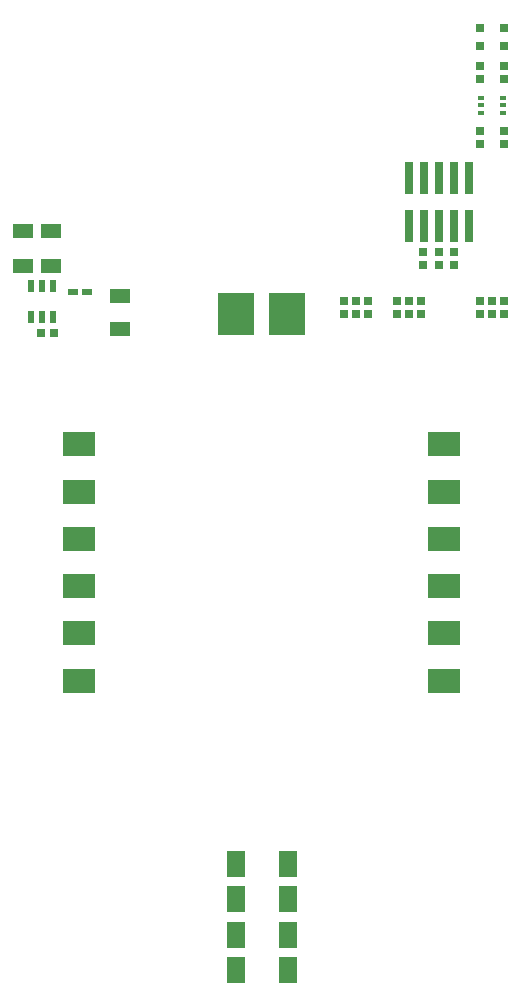
<source format=gbr>
%TF.GenerationSoftware,Altium Limited,Altium Designer,25.6.2 (33)*%
G04 Layer_Color=8421504*
%FSLAX45Y45*%
%MOMM*%
%TF.SameCoordinates,4265A882-CCA4-4A53-A555-757F884491BB*%
%TF.FilePolarity,Positive*%
%TF.FileFunction,Paste,Top*%
%TF.Part,Single*%
G01*
G75*
%TA.AperFunction,SMDPad,CuDef*%
%ADD10R,2.75000X2.00000*%
%ADD11R,0.65000X0.80000*%
%ADD12R,0.65000X2.76000*%
%ADD13R,3.05000X3.68000*%
%ADD14R,0.85000X0.60000*%
%ADD15R,0.60000X1.10000*%
%ADD16R,1.80000X1.30000*%
%ADD17R,0.80000X0.65000*%
%ADD18R,1.55000X2.20000*%
%ADD20R,0.60000X0.42000*%
%ADD21R,0.80000X0.80000*%
D10*
X-1547500Y4850000D02*
D03*
Y4450000D02*
D03*
Y4050000D02*
D03*
Y3650000D02*
D03*
Y3250000D02*
D03*
Y2850000D02*
D03*
X1547500D02*
D03*
Y3250000D02*
D03*
Y3650000D02*
D03*
Y4050000D02*
D03*
Y4450000D02*
D03*
Y4850000D02*
D03*
D11*
X1850000Y7945000D02*
D03*
X2050000D02*
D03*
X1150000Y5955000D02*
D03*
X1350000D02*
D03*
X1850000D02*
D03*
X1250000D02*
D03*
X1950000D02*
D03*
X2050000D02*
D03*
X800000D02*
D03*
X900000D02*
D03*
X700000D02*
D03*
X1850000Y7505000D02*
D03*
Y7395000D02*
D03*
Y6065000D02*
D03*
X1950000D02*
D03*
X2050000D02*
D03*
X1850000Y8055000D02*
D03*
X2050000D02*
D03*
X1150000Y6065000D02*
D03*
X1250000D02*
D03*
X1350000D02*
D03*
X2050000Y7395000D02*
D03*
Y7505000D02*
D03*
X700000Y6065000D02*
D03*
X800000D02*
D03*
X900000D02*
D03*
X1370000Y6365000D02*
D03*
Y6475000D02*
D03*
X1500000Y6365000D02*
D03*
Y6475000D02*
D03*
X1630000Y6365000D02*
D03*
Y6475000D02*
D03*
D12*
X1754000Y7102000D02*
D03*
X1627000D02*
D03*
X1373000D02*
D03*
X1500000D02*
D03*
X1246000D02*
D03*
Y6698000D02*
D03*
X1373000D02*
D03*
X1500000D02*
D03*
X1627000D02*
D03*
X1754000D02*
D03*
D13*
X216000Y5950000D02*
D03*
X-216000D02*
D03*
D14*
X-1482500Y6140000D02*
D03*
X-1597500D02*
D03*
D15*
X-1860000Y5930000D02*
D03*
X-1955000D02*
D03*
X-1765000D02*
D03*
X-1955000Y6190000D02*
D03*
X-1860000D02*
D03*
X-1765000D02*
D03*
D16*
X-1200000Y5830000D02*
D03*
X-2020000Y6360000D02*
D03*
Y6660000D02*
D03*
X-1780000Y6360000D02*
D03*
Y6660000D02*
D03*
X-1200000Y6110000D02*
D03*
D17*
X-1865000Y5790000D02*
D03*
X-1755000D02*
D03*
D18*
X-220000Y700000D02*
D03*
Y400000D02*
D03*
Y1000000D02*
D03*
Y1300000D02*
D03*
X220000D02*
D03*
Y1000000D02*
D03*
Y700000D02*
D03*
Y400000D02*
D03*
D20*
X1855000Y7655000D02*
D03*
X2045000Y7655000D02*
D03*
Y7785000D02*
D03*
Y7720000D02*
D03*
X1855000Y7785000D02*
D03*
Y7720000D02*
D03*
D21*
X1850000Y8375000D02*
D03*
Y8225000D02*
D03*
X2050000D02*
D03*
Y8375000D02*
D03*
%TF.MD5,2c51e711a4ffd51eb76c4659d1df5916*%
M02*

</source>
